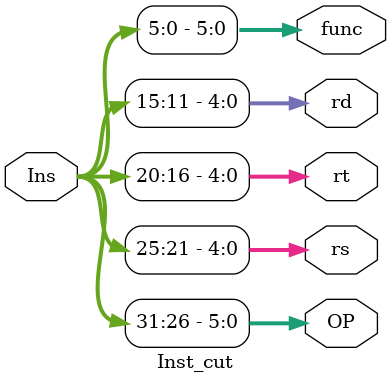
<source format=v>
module Inst_cut(
    input[31:0] Ins,
    output [5:0] OP,
    output [4:0] rs,
    output [4:0] rt,
    output [4:0] rd,
    output [5:0] func
    );
    assign OP = Ins[31:26];
    assign rs = Ins[25:21];
    assign rt = Ins[20:16];
    assign rd = Ins[15:11];
    assign func = Ins[5:0];
endmodule

</source>
